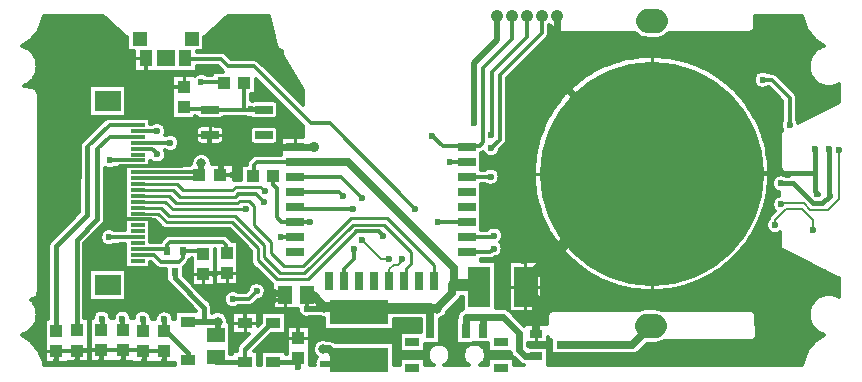
<source format=gbr>
G04 DipTrace 3.2.0.1*
G04 Top.gbr*
%MOIN*%
G04 #@! TF.FileFunction,Copper,L1,Top*
G04 #@! TF.Part,Single*
%AMOUTLINE0*
4,1,16,
-0.011741,0.041358,
-0.029685,0.037294,
-0.044088,0.025848,
-0.052097,0.009286,
-0.052129,-0.009112,
-0.044175,-0.025701,
-0.02981,-0.037196,
-0.011881,-0.041319,
0.011741,-0.041358,
0.029685,-0.037294,
0.044088,-0.025848,
0.052097,-0.009286,
0.052129,0.009112,
0.044175,0.025701,
0.02981,0.037196,
0.011881,0.041319,
-0.011741,0.041358,
0*%
%AMOUTLINE3*
4,1,4,
-0.029562,-0.013706,
0.029492,-0.013854,
0.029562,0.013706,
-0.029492,0.013854,
-0.029562,-0.013706,
0*%
G04 #@! TA.AperFunction,CopperBalancing*
%ADD10C,0.009843*%
%ADD14C,0.011811*%
G04 #@! TA.AperFunction,Conductor*
%ADD15C,0.027559*%
%ADD16C,0.015748*%
%ADD17C,0.03937*%
G04 #@! TA.AperFunction,ViaPad*
%ADD18C,0.023622*%
G04 #@! TA.AperFunction,Conductor*
%ADD20C,0.019685*%
G04 #@! TA.AperFunction,ViaPad*
%ADD21C,0.031496*%
%ADD22C,0.035433*%
G04 #@! TA.AperFunction,Conductor*
%ADD23C,0.007874*%
%ADD27R,0.03937X0.043307*%
%ADD28R,0.043307X0.03937*%
%ADD29R,0.074803X0.133858*%
%ADD30R,0.051181X0.059055*%
%ADD31R,0.059055X0.051181*%
%ADD32R,0.19685X0.07874*%
%ADD34R,0.041339X0.025591*%
%ADD35R,0.027559X0.059055*%
%ADD36R,0.059055X0.027559*%
%ADD37C,0.748031*%
G04 #@! TA.AperFunction,ComponentPad*
%ADD38C,0.041339*%
%ADD39R,0.047244X0.047244*%
%ADD40R,0.059055X0.055118*%
%ADD41R,0.043307X0.055118*%
%ADD42R,0.049213X0.011811*%
%ADD43R,0.086614X0.070866*%
%ADD44R,0.024488X0.025512*%
%ADD46R,0.048031X0.03622*%
%ADD47R,0.047244X0.031496*%
%ADD48R,0.027559X0.049213*%
G04 #@! TA.AperFunction,ComponentPad*
%ADD101OUTLINE0*%
%ADD104OUTLINE3*%
%FSLAX26Y26*%
G04*
G70*
G90*
G75*
G01*
G04 Top*
%LPD*%
X-951772Y-195276D2*
D14*
X-860314D1*
X-853236Y-202353D1*
Y-181571D1*
X-843975Y-172310D1*
X-665870D1*
X-655614Y-182566D1*
Y-209349D1*
X-654951Y-210012D1*
X-951772Y-214961D2*
X-897572D1*
X-875134Y-237399D1*
X-813886D1*
X-801740Y-225253D1*
Y-202353D1*
X-741182D1*
X-732818Y-210718D1*
Y-277647D2*
X-694618Y-276941D1*
X-654951D1*
X-694618Y-277623D2*
Y-276941D1*
X-951772Y-96850D2*
X-907396D1*
X-888059Y-116188D1*
X-951772Y80315D2*
X-1011564D1*
X-1020215Y71664D1*
Y-18051D1*
Y-56031D1*
Y-96850D1*
X-951772D1*
Y80315D2*
X-803411D1*
X-743129Y140597D1*
X-710144D1*
X-675264Y105717D1*
Y53009D1*
X-678281Y49992D1*
X-694618Y-277623D2*
Y-356911D1*
X-646038Y-405491D1*
X-593748D1*
Y-441950D1*
X-1072888Y-533421D2*
X-1111585D1*
X-1152501D1*
X-1152707Y-533627D1*
X-1072888Y-533421D2*
X-1001005D1*
X-1000828Y-533598D1*
X-933224D1*
X-932310Y-534513D1*
X-864585D1*
X-864114Y-534042D1*
X-1111585Y-533421D2*
Y-411487D1*
X-1127573Y-395499D1*
Y-186189D1*
X-1038235Y-96850D1*
X-1020215D1*
X-416146Y-490853D2*
Y-440033D1*
X-454322Y-401857D1*
X-501211D1*
X-593748D1*
Y-405491D1*
X-1152707Y-533627D2*
X-1222245D1*
X-1222837Y-534219D1*
X-888059Y-116188D2*
Y-118932D1*
X-871928Y-135063D1*
X-792087D1*
X-759052D1*
X-728220D1*
X-698491D1*
X-641682D1*
X-577063Y-199682D1*
Y-261984D1*
X-501175Y-337873D1*
X-497705D1*
X-497105Y-366333D2*
X-477735D1*
X-460022Y-348621D1*
X-497705Y-337873D2*
X-470770D1*
X-460022Y-348621D1*
X-497105Y-366333D2*
X-501211D1*
Y-401857D1*
X-497705Y-337873D2*
Y-366333D1*
X-497105D1*
X-743129Y140597D2*
X-856577Y254046D1*
X-909230D1*
X-937373Y282189D1*
Y335244D1*
X-925000Y347617D1*
Y439173D1*
X-923228Y440945D1*
X-709778Y184636D2*
X-713475Y186301D1*
Y141930D1*
X-710144Y140597D1*
X-633000Y53010D2*
X-675262D1*
X-798354Y345900D2*
X-925000D1*
Y347617D1*
X707654Y625D2*
D16*
Y58802D1*
X764283D1*
X1306854D1*
Y137470D1*
Y58802D2*
Y-3020D1*
X1316383Y-12549D1*
X1313533D1*
X-1223152Y-572412D2*
Y-534219D1*
X-1222837D1*
X-1227972Y-49479D2*
D14*
Y-12336D1*
X-1227487Y-11850D1*
Y29186D1*
X-1226021Y30652D1*
Y69491D1*
X-1011470Y-56031D2*
X-1020215D1*
X-1011470Y-16923D2*
X-1020215Y-18051D1*
X-1153524Y-572252D2*
D16*
Y-533627D1*
X-1152707D1*
X-1072298Y-571125D2*
Y-533421D1*
X-1072888D1*
X-1000098Y-572252D2*
Y-533598D1*
X-1000828D1*
X-930906Y-570748D2*
Y-535917D1*
D14*
X-932310Y-534513D1*
X-863594Y-571125D2*
D16*
Y-534042D1*
X-864114D1*
X-578992Y-247879D2*
D14*
Y-280490D1*
X-579248D1*
X-792087Y-139403D2*
Y-135063D1*
X-759052Y-139954D2*
Y-135063D1*
X-728220Y-139403D2*
Y-135063D1*
X-698491Y-139403D2*
Y-135063D1*
X-614222Y202682D2*
Y170585D1*
X-613135Y169499D1*
Y135109D1*
X-612235Y134209D1*
X-527604Y433755D2*
X-531253Y434657D1*
X-509478Y412882D1*
X707654Y625D2*
X744526Y56253D1*
X764283Y58802D2*
X761735Y56253D1*
X376420Y-477345D2*
D15*
Y-357154D1*
D14*
Y-271517D1*
D17*
X490883Y-157054D1*
X704190Y56253D1*
D14*
X761735D1*
X376420Y-357154D2*
X340734Y-321467D1*
X490883Y-157054D2*
X548428D1*
X761735Y56253D1*
X837026Y-163717D2*
X844322Y-156248D1*
X1127211Y558386D2*
X1164453D1*
X1198147D1*
X1199034Y559273D1*
X578367Y247887D2*
X558773D1*
Y216996D1*
X-633000Y53010D2*
X-634297D1*
X-565021Y122286D1*
X-503760D1*
X-480899Y145147D1*
D18*
X-425304D1*
X-363214Y145080D2*
X-425304Y145147D1*
X444860Y580945D2*
Y373129D1*
X761735Y56253D1*
X710609Y246424D2*
D14*
Y107379D1*
X761735Y56253D1*
X1104618Y137774D2*
X843256D1*
X761735Y56253D1*
X-951772Y-155906D2*
X-1046606Y-156293D1*
X-1071583Y-427772D2*
D16*
Y-465186D1*
D14*
X-1072888Y-466492D1*
X-499500Y-570563D2*
D16*
X-428927D1*
D14*
X-416146Y-557782D1*
X-951772Y198425D2*
X-887946D1*
X-886839Y197318D1*
X-417172Y-588316D2*
D16*
Y-558808D1*
D14*
X-416146Y-557782D1*
X-951772Y-77165D2*
D10*
X-884433D1*
X-854820Y-106778D1*
X-635222D1*
X-551021Y-190979D1*
Y-232138D1*
X-486388Y-296770D1*
X-383083D1*
X-223008Y-136696D1*
D14*
X-147220D1*
X-133253Y-150663D1*
X145562Y-104853D2*
X49236D1*
X48570Y-104186D1*
X-951772Y-57480D2*
D10*
X-873039D1*
X-845664Y-84856D1*
X-626949D1*
X-530430Y-181374D1*
Y-222333D1*
X-476387Y-276377D1*
X-395222D1*
X-232528Y-113682D1*
X-130129D1*
X-39336Y-204474D1*
Y-242738D1*
X-58395Y-261797D1*
Y-301703D1*
X-64675D1*
X-951772Y-37795D2*
X-859907D1*
X-834361Y-63341D1*
X-590808D1*
X89402Y95822D2*
D14*
X144887D1*
X145562Y95147D1*
X35325Y-301703D2*
D10*
Y-247038D1*
X-118622Y-93092D1*
X-240967D1*
X-401294Y-253419D1*
X-462852D1*
X-507417Y-208853D1*
Y-172535D1*
X-563860Y-116093D1*
Y-50739D1*
X-579938Y-34660D1*
X-611539D1*
X-618686Y-41807D1*
X-823076D1*
X-846773Y-18110D1*
X-951772D1*
Y1575D2*
X-833640D1*
X-811736Y-20329D1*
X-625672D1*
X-617059Y-11717D1*
D14*
X-556825D1*
X-531345Y-37197D1*
X-264675Y-301703D2*
Y-262340D1*
X-229470Y-227135D1*
Y-196522D1*
X-951772Y21260D2*
D10*
X-819824D1*
X-800797Y2232D1*
X-635209D1*
X-624556Y12885D1*
X-542441D1*
X-528257Y-1299D1*
X-473130Y-154151D2*
D14*
X-426007D1*
X-425304Y-154853D1*
X-951772Y60630D2*
X-755849D1*
X-745210Y49992D1*
X-951772Y40945D2*
X-754257D1*
X-745210Y49992D1*
X-738764Y90539D2*
D20*
Y56438D1*
D14*
X-745210Y49992D1*
X-329379Y-391136D2*
D15*
X-214062D1*
Y-406294D1*
X-385219Y-348621D2*
D20*
X-367022D1*
D21*
X-335252Y-380391D1*
D20*
X-266108D1*
D14*
X-240205Y-406294D1*
X-214062D1*
X-738643Y361262D2*
X-667073D1*
X-664227Y358416D1*
X1354018Y137751D2*
D16*
Y-15651D1*
X1355546Y-17178D1*
X-425304Y95147D2*
D15*
X-250882D1*
X102913Y-258648D1*
Y-316874D1*
X97783D1*
Y-342188D1*
X47217Y-392755D1*
X23584D1*
Y-467493D1*
X-214062Y-406294D2*
D22*
Y-392755D1*
X14295D1*
X23584D1*
X105984Y-314726D2*
D20*
Y-316874D1*
X102913D1*
X-10778Y-390570D2*
X14295Y-392755D1*
X-388440Y-393840D2*
X-267795D1*
D14*
X-255341Y-406294D1*
X-214062D1*
X1193604Y23239D2*
D16*
X1232778D1*
X1298492Y-42475D1*
X1330249D1*
X1355546Y-17178D1*
X1131930Y368993D2*
D14*
X1162247D1*
X1221696Y309545D1*
Y217245D1*
X47962Y-394030D2*
X47217D1*
X187190Y-321467D2*
D17*
Y-316874D1*
X102913D1*
X-388440Y-393840D2*
D14*
Y-351841D1*
X-385219Y-348621D1*
X245349Y580752D2*
D20*
Y500139D1*
X171314Y426104D1*
Y223164D1*
X-425304Y95147D2*
D14*
X-554424D1*
X-563786Y85785D1*
Y53014D1*
X-568344Y48458D1*
X-951772Y100000D2*
X-1042896D1*
X-1043566Y100669D1*
X-1002088Y-428513D2*
D16*
Y-465409D1*
D14*
X-1000828Y-466669D1*
X-934912Y-428430D2*
D16*
Y-464982D1*
D14*
X-932310Y-467584D1*
X-951772Y139370D2*
X-903608D1*
X-884013Y119776D1*
X-886719D1*
X-862783Y-429668D2*
D16*
Y-467113D1*
D14*
X-864114D1*
X-862783Y-429668D2*
Y-462644D1*
D16*
X-785051Y-540377D1*
D14*
Y-566319D1*
X-951772Y159055D2*
X-843559D1*
X-843021Y158517D1*
X-685087Y-437049D2*
D20*
X-785051Y-437364D1*
X-827488Y-272825D2*
D16*
Y-292429D1*
X-729509Y-390408D1*
Y-437364D1*
X-785051D1*
D20*
X-683699D1*
Y-482055D1*
D14*
X-690243D1*
X-332594Y-529862D2*
D15*
X-314178D1*
X-280266Y-563774D1*
D18*
X-214062D1*
X-332012Y-578273D2*
D20*
X-228560D1*
D14*
X-214062Y-563774D1*
X-690243Y-556858D2*
Y-570906D1*
D16*
X-593748D1*
D14*
Y-529596D1*
D16*
X-505760Y-441608D1*
D14*
X-499500D1*
X224972Y45598D2*
X146013D1*
X145562Y45147D1*
X-633870Y-362731D2*
X-581298D1*
X-554476Y-335909D1*
X-951772Y178740D2*
X-1044051D1*
X-1085505Y137286D1*
D16*
Y-94861D1*
X-1154887Y-164243D1*
Y-464518D1*
D14*
X-1152707Y-466698D1*
X-1222837Y-467290D2*
D16*
Y-186146D1*
X-1119147Y-82455D1*
Y143898D1*
D14*
X-1044934Y218110D1*
X-951772D1*
X1385004Y135004D2*
D23*
Y-30005D1*
X1349677Y-65332D1*
X1291121D1*
X1268471Y-42681D1*
X1197852D1*
X1193752Y-46781D1*
X-113837Y-228709D2*
X-139677D1*
X-202014Y-166370D1*
X-375584Y-105688D2*
D14*
X-424470D1*
X-425304Y-104853D1*
X-472295D1*
X-488016Y-89133D1*
Y7596D1*
X-498495Y18075D1*
Y45538D1*
X-501415Y48458D1*
X760885Y-451619D2*
D15*
X697757Y-514747D1*
X466971D1*
X-425304Y-4853D2*
D14*
X-280551D1*
X-266038Y-19366D1*
X394860Y580945D2*
Y523831D1*
X255663Y384634D1*
Y168781D1*
X227698Y140816D1*
X-574176Y269990D2*
X-531585D1*
X-530432Y268836D1*
X-709566Y269282D2*
X-597298D1*
Y268836D1*
X-530432D1*
X-597298Y358416D2*
Y268836D1*
X-798354Y278971D2*
Y271146D1*
X-711429D1*
X-709566Y269282D1*
X30558Y182937D2*
X66268Y147227D1*
X143482D1*
X145562Y145147D1*
X294860Y580945D2*
Y503165D1*
X200919Y409224D1*
Y159937D1*
X188520Y147538D1*
X147953D1*
X145562Y145147D1*
X-793307Y440945D2*
X-795912Y438340D1*
X-674339D1*
X-649584Y413585D1*
X-564451D1*
X-374856Y223990D1*
X-311297D1*
X-25803Y-61504D1*
X-233538Y-60631D2*
X-419526D1*
X-425304Y-54853D1*
X145562Y-204853D2*
X224024D1*
X235180Y-193696D1*
X1301035Y-132075D2*
D23*
Y-97402D1*
X1264625Y-60991D1*
X1209951D1*
X1173878Y-97064D1*
Y-115226D1*
X145562Y-154853D2*
D14*
X232857D1*
X236709Y-151003D1*
X-425304Y45147D2*
X-272990D1*
X-202597Y-25245D1*
X344860Y580945D2*
Y509950D1*
X228675Y393765D1*
Y186003D1*
X227614Y184942D1*
X376420Y-552148D2*
D18*
X339647D1*
X320105Y-532606D1*
Y-476783D1*
X266017Y-422696D1*
X200749D1*
Y-467493D1*
X267315Y-422696D2*
X144425D1*
X141694Y-425427D1*
Y-467493D1*
X-70844Y-228541D2*
D23*
Y-236207D1*
X-83882Y-249244D1*
X-97896D1*
X-111909Y-263259D1*
Y-298938D1*
X-114675Y-301703D1*
D18*
X1199034Y559273D3*
X1127211Y558386D3*
X1164453D3*
X-1212777Y543068D3*
X-1140545Y542903D3*
X-1176858Y542646D3*
X-1104837Y542298D3*
X-527604Y433755D3*
X-509478Y412882D3*
X1131930Y368993D3*
X-738643Y361262D3*
X-574176Y269990D3*
X171314Y223164D3*
X640576Y247134D3*
X710609Y246424D3*
X1221696Y217245D3*
X578367Y247887D3*
X-614222Y202682D3*
X-886839Y197318D3*
X227614Y184942D3*
X30558Y182937D3*
X-613135Y169499D3*
X-843021Y158517D3*
D22*
X-363214Y145080D3*
D18*
X227698Y140816D3*
X-612235Y134209D3*
X1306854Y137470D3*
X1354018Y137751D3*
X-886719Y119776D3*
X-1043566Y100669D3*
X89402Y95822D3*
D21*
X-738764Y90539D3*
D18*
X-1226021Y69491D3*
X-633000Y53010D3*
X224972Y45598D3*
X-1226021Y30652D3*
X1193604Y23239D3*
D21*
X707654Y625D3*
D18*
X-528257Y-1299D3*
X-1227487Y-11850D3*
X1385004Y135004D3*
X470004Y-12916D3*
X-1011470Y-16923D3*
X1313533Y-12549D3*
X1355546Y-17178D3*
X-266038Y-19366D3*
X-202597Y-25245D3*
X868140Y-47844D3*
X917493D3*
X-531345Y-37197D3*
X-1227972Y-49479D3*
X812350Y-49990D3*
X-1011470Y-56031D3*
X470004Y-60041D3*
X-233538Y-60631D3*
X-25803Y-61504D3*
X-590808Y-63341D3*
X1173878Y-115226D3*
X622155Y-83176D3*
X268062Y-99088D3*
X48570Y-104186D3*
X470004Y-110022D3*
X-888059Y-116188D3*
X574362Y-130969D3*
X1301035Y-132075D3*
X-792087Y-139403D3*
X-728220D3*
X-698491D3*
X236709Y-151003D3*
X-759052Y-139954D3*
D3*
X289728Y-151469D3*
X-1046606Y-156293D3*
X-133253Y-150663D3*
X837026Y-163717D3*
X707206Y-164790D3*
X770507D3*
X533396Y-172909D3*
X-70844Y-228541D3*
X-229470Y-196522D3*
X235180Y-193696D3*
X1193752Y-46781D3*
X-1081743Y-196942D3*
X311219Y-197761D3*
X-579236Y-216133D3*
X-1082198Y-228339D3*
X337921Y-234642D3*
X-578992Y-247879D3*
X729738Y-261350D3*
X679311Y-262424D3*
X625667Y-264570D3*
X-694618Y-277623D3*
X-579248Y-280490D3*
X-909948Y-306102D3*
X105984Y-314726D3*
X-899769Y-328501D3*
X-554476Y-335909D3*
X-497705Y-337873D3*
X-633870Y-362731D3*
X-497105Y-366333D3*
D21*
X-329379Y-391136D3*
X47962Y-394030D3*
D18*
X-10778Y-390570D3*
X-388440Y-393840D3*
X-1071583Y-427772D3*
X-1002088Y-428513D3*
X-934912Y-428430D3*
X-862783Y-429668D3*
D21*
X-685087Y-437049D3*
X-332594Y-529862D3*
D18*
X877114Y-568457D3*
X925079D3*
X-930906Y-570748D3*
X-1072298Y-571125D3*
X-863594D3*
X-1153524Y-572252D3*
X-1000098D3*
X-1223152Y-572412D3*
X-332012Y-578273D3*
X-417172Y-588316D3*
X1104618Y137774D3*
X-473130Y-154151D3*
X-202014Y-166370D3*
X-375584Y-105688D3*
X-113837Y-228709D3*
X-1264455Y570997D2*
D14*
X-1054634D1*
X-660709D2*
X-513034D1*
X1107761D2*
X1264455D1*
X-1269185Y559318D2*
X-1042016D1*
X-673328D2*
X-509966D1*
X1107554D2*
X1269185D1*
X-1273937Y547638D2*
X-1029398D1*
X-685969D2*
X-506898D1*
X1107323D2*
X1273937D1*
X-1278665Y535958D2*
X-1016756D1*
X-698588D2*
X-503831D1*
X420138D2*
X430993D1*
X1105570D2*
X1278665D1*
X-1287201Y524278D2*
X-1004138D1*
X-711228D2*
X-500762D1*
X420138D2*
X705808D1*
X819475D2*
X1287201D1*
X-1296428Y512598D2*
X-991520D1*
X-723848D2*
X-497717D1*
X417346D2*
X720387D1*
X804781D2*
X1296428D1*
X-1306186Y500919D2*
X-987874D1*
X-728669D2*
X-494648D1*
X407197D2*
X1306186D1*
X-1322657Y489239D2*
X-987874D1*
X-728669D2*
X-491581D1*
X395524D2*
X1322657D1*
X-1325310Y477559D2*
X-987874D1*
X-728669D2*
X-487290D1*
X383852D2*
X1325310D1*
X-1307039Y465879D2*
X-987874D1*
X-728669D2*
X-474672D1*
X372156D2*
X1307039D1*
X-1296589Y454199D2*
X-964252D1*
X-654942D2*
X-471626D1*
X360483D2*
X1296589D1*
X-1289923Y442520D2*
X-964252D1*
X-643269D2*
X-465467D1*
X348811D2*
X692567D1*
X830917D2*
X1289923D1*
X-1285886Y430840D2*
X-964252D1*
X-546451D2*
X-458432D1*
X337114D2*
X644331D1*
X879154D2*
X1285886D1*
X-1284063Y419160D2*
X-964252D1*
X-534778D2*
X-451419D1*
X325442D2*
X611804D1*
X911656D2*
X1284063D1*
X-1284224Y407480D2*
X-964252D1*
X-752291D2*
X-678735D1*
X-523083D2*
X-444383D1*
X313769D2*
X586013D1*
X937448D2*
X1284224D1*
X-1286416Y395801D2*
X-964252D1*
X-752291D2*
X-705240D1*
X-511411D2*
X-437346D1*
X302097D2*
X564260D1*
X959223D2*
X1117280D1*
X1146585D2*
X1286416D1*
X-1290823Y384121D2*
X-837399D1*
X-499738D2*
X-430335D1*
X290402D2*
X545322D1*
X978163D2*
X1104845D1*
X1182365D2*
X1290823D1*
X-1298020Y372441D2*
X-837399D1*
X-488042D2*
X-423298D1*
X280944D2*
X528504D1*
X994979D2*
X1100946D1*
X1194060D2*
X1298020D1*
X-1309323Y360761D2*
X-837399D1*
X-556278D2*
X-546875D1*
X-476370D2*
X-416286D1*
X280944D2*
X513371D1*
X1010089D2*
X1101892D1*
X1205732D2*
X1309323D1*
X-1328655Y349081D2*
X-1113850D1*
X-988512D2*
X-837399D1*
X-556278D2*
X-535203D1*
X-464697D2*
X-409249D1*
X280944D2*
X499646D1*
X1023839D2*
X1108306D1*
X1217406D2*
X1330269D1*
X1377915D2*
X1386626D1*
X-1290199Y337402D2*
X-1113850D1*
X-988512D2*
X-837399D1*
X-556278D2*
X-523530D1*
X-453001D2*
X-402236D1*
X280944D2*
X487096D1*
X1036365D2*
X1158571D1*
X1229101D2*
X1386626D1*
X-1281411Y325722D2*
X-1113850D1*
X-988512D2*
X-837399D1*
X-556278D2*
X-511835D1*
X-441328D2*
X-401268D1*
X280944D2*
X475585D1*
X1047899D2*
X1170268D1*
X1240727D2*
X1386626D1*
X-1279335Y314042D2*
X-1113850D1*
X-988512D2*
X-837399D1*
X-572010D2*
X-500163D1*
X-429656D2*
X-401245D1*
X280944D2*
X464974D1*
X1058510D2*
X1181940D1*
X1246541D2*
X1386626D1*
X-1279335Y302362D2*
X-1113850D1*
X-988512D2*
X-837399D1*
X-572010D2*
X-488490D1*
X-417983D2*
X-401222D1*
X280944D2*
X455169D1*
X1068291D2*
X1193613D1*
X1246979D2*
X1386626D1*
X-1279335Y290682D2*
X-1113850D1*
X-988512D2*
X-837399D1*
X-483428D2*
X-476794D1*
X280944D2*
X446127D1*
X1077357D2*
X1196427D1*
X1246979D2*
X1380304D1*
X-1279335Y279003D2*
X-1113850D1*
X-988512D2*
X-837399D1*
X-481513D2*
X-465121D1*
X280944D2*
X437753D1*
X1085731D2*
X1196427D1*
X1246979D2*
X1356937D1*
X-1279335Y267323D2*
X-1113850D1*
X-988512D2*
X-837399D1*
X-481537D2*
X-453449D1*
X280944D2*
X429979D1*
X1093482D2*
X1196427D1*
X1246979D2*
X1333568D1*
X-1279335Y255643D2*
X-1113850D1*
X-988512D2*
X-837399D1*
X-481560D2*
X-441776D1*
X280944D2*
X422804D1*
X1100656D2*
X1196427D1*
X1246979D2*
X1310223D1*
X-1279335Y243963D2*
X-837399D1*
X-664769D2*
X-590268D1*
X-485297D2*
X-430080D1*
X280944D2*
X416184D1*
X1107277D2*
X1196427D1*
X1246979D2*
X1286854D1*
X-1279335Y232283D2*
X-1066007D1*
X-907795D2*
X-418408D1*
X280944D2*
X410071D1*
X1113390D2*
X1194558D1*
X1248824D2*
X1263509D1*
X-1279335Y220604D2*
X-1077703D1*
X-866734D2*
X-406735D1*
X280944D2*
X404442D1*
X1119018D2*
X1190706D1*
X-1279335Y208924D2*
X-1089375D1*
X-857990D2*
X-755345D1*
X-664239D2*
X-575896D1*
X-485436D2*
X-401084D1*
X280944D2*
X399274D1*
X1124185D2*
X1191698D1*
X-1279335Y197244D2*
X-1101049D1*
X-855660D2*
X-758644D1*
X-660848D2*
X-579517D1*
X-481722D2*
X-401060D1*
X280944D2*
X394570D1*
X1128891D2*
X1193428D1*
X-1279335Y185564D2*
X-1112744D1*
X-828854D2*
X-758667D1*
X-660870D2*
X-579541D1*
X-481744D2*
X-401060D1*
X280944D2*
X390278D1*
X1133182D2*
X1189760D1*
X-1279335Y173885D2*
X-1124416D1*
X-816075D2*
X-758713D1*
X-660917D2*
X-579564D1*
X-481768D2*
X-474218D1*
X280944D2*
X386403D1*
X1137058D2*
X1189760D1*
X-1279335Y162205D2*
X-1138881D1*
X-812060D2*
X-756475D1*
X-663062D2*
X-577580D1*
X-483705D2*
X-474210D1*
X280021D2*
X382942D1*
X1140541D2*
X1189760D1*
X-1279335Y150525D2*
X-1145524D1*
X-812915D2*
X-474210D1*
X272661D2*
X379852D1*
X1143633D2*
X1189760D1*
X-1279335Y138845D2*
X-1146400D1*
X-819189D2*
X-474210D1*
X260990D2*
X377152D1*
X1146331D2*
X1189760D1*
X-1279335Y127165D2*
X-1146400D1*
X-856467D2*
X-474210D1*
X255591D2*
X374823D1*
X1148661D2*
X1189760D1*
X-1279335Y115486D2*
X-1146400D1*
X-855845D2*
X-762958D1*
X-714573D2*
X-568514D1*
X194459D2*
X210437D1*
X244957D2*
X372839D1*
X1150622D2*
X1189760D1*
X-1279335Y103806D2*
X-1146400D1*
X-860135D2*
X-771193D1*
X-706339D2*
X-581017D1*
X194459D2*
X371247D1*
X1152236D2*
X1189760D1*
X-1279335Y92126D2*
X-1146400D1*
X-907795D2*
X-899550D1*
X-873907D2*
X-773846D1*
X-703685D2*
X-588214D1*
X194459D2*
X370001D1*
X1153483D2*
X1189760D1*
X-1279335Y80446D2*
X-1146400D1*
X-629382D2*
X-609367D1*
X194459D2*
X369101D1*
X1154382D2*
X1189760D1*
X-1279335Y68766D2*
X-1146400D1*
X-1058270D2*
X-995740D1*
X-629382D2*
X-609367D1*
X245210D2*
X368547D1*
X1154913D2*
X1191629D1*
X-1279335Y57087D2*
X-1146400D1*
X-1058270D2*
X-995740D1*
X-629382D2*
X-609367D1*
X253861D2*
X368340D1*
X1155121D2*
X1199357D1*
X-1279335Y45407D2*
X-1146400D1*
X-1058270D2*
X-995740D1*
X-629382D2*
X-609367D1*
X256144D2*
X368501D1*
X1154982D2*
X1172205D1*
X-1279335Y33727D2*
X-1146400D1*
X-1058270D2*
X-995740D1*
X253699D2*
X368986D1*
X1154475D2*
X1164315D1*
X-1279335Y22047D2*
X-1146400D1*
X-1058270D2*
X-995740D1*
X244726D2*
X369840D1*
X1153621D2*
X1162448D1*
X-1279335Y10367D2*
X-1146400D1*
X-1058270D2*
X-995740D1*
X194459D2*
X371039D1*
X1152421D2*
X1165331D1*
X-1279335Y-1312D2*
X-1146400D1*
X-1058270D2*
X-995740D1*
X194459D2*
X372608D1*
X1150875D2*
X1175181D1*
X-1279335Y-12992D2*
X-1146400D1*
X-1058270D2*
X-995740D1*
X194459D2*
X374500D1*
X1148961D2*
X1185354D1*
X-1279335Y-24672D2*
X-1146400D1*
X-1058270D2*
X-995740D1*
X194459D2*
X376783D1*
X1146677D2*
X1172297D1*
X-1279335Y-36352D2*
X-1146400D1*
X-1058270D2*
X-995740D1*
X194459D2*
X379436D1*
X1144025D2*
X1164454D1*
X-1279335Y-48031D2*
X-1146400D1*
X-1058270D2*
X-995740D1*
X194459D2*
X382458D1*
X1141003D2*
X1162609D1*
X-1279335Y-59711D2*
X-1146400D1*
X-1058270D2*
X-995740D1*
X194459D2*
X385895D1*
X1137588D2*
X1165492D1*
X-1279335Y-71391D2*
X-1146400D1*
X-1058270D2*
X-995740D1*
X194459D2*
X389702D1*
X1133759D2*
X1167084D1*
X-1279335Y-83071D2*
X-1157797D1*
X-1058270D2*
X-995740D1*
X194459D2*
X393923D1*
X1129538D2*
X1155550D1*
X-1279335Y-94751D2*
X-1169492D1*
X-1058270D2*
X-995740D1*
X194459D2*
X398583D1*
X1124878D2*
X1150682D1*
X-1279335Y-106430D2*
X-1181164D1*
X-1060969D2*
X-995740D1*
X-907795D2*
X-889026D1*
X194459D2*
X403681D1*
X1119780D2*
X1144016D1*
X-1279335Y-118110D2*
X-1192837D1*
X-1070703D2*
X-995740D1*
X-907795D2*
X-877354D1*
X194459D2*
X409240D1*
X1114220D2*
X1142839D1*
X-1279335Y-129790D2*
X-1204533D1*
X-1082399D2*
X-1061854D1*
X-1031373D2*
X-995740D1*
X-907795D2*
X-858138D1*
X194459D2*
X214312D1*
X259097D2*
X415285D1*
X1108176D2*
X1146461D1*
X-1279335Y-141470D2*
X-1216206D1*
X-1094072D2*
X-1073874D1*
X-907795D2*
X-634398D1*
X266341D2*
X421836D1*
X1101625D2*
X1158156D1*
X-1279335Y-153150D2*
X-1227878D1*
X-1105745D2*
X-1077634D1*
X-907795D2*
X-859776D1*
X-650075D2*
X-622724D1*
X267818D2*
X428917D1*
X1094543D2*
X1189760D1*
X-1279335Y-164829D2*
X-1239551D1*
X-1117441D2*
X-1076550D1*
X-907795D2*
X-871748D1*
X-638102D2*
X-611029D1*
X264518D2*
X436600D1*
X1086861D2*
X1189760D1*
X-1279335Y-176509D2*
X-1248224D1*
X-1127636D2*
X-1069951D1*
X-615887D2*
X-599357D1*
X260942D2*
X444881D1*
X1078580D2*
X1189760D1*
X-1279335Y-188189D2*
X-1250070D1*
X-1127636D2*
X-995740D1*
X-615887D2*
X-587684D1*
X265857D2*
X453832D1*
X1069629D2*
X1189760D1*
X-1279335Y-199869D2*
X-1250070D1*
X-1127636D2*
X-995740D1*
X-615887D2*
X-575988D1*
X265718D2*
X463521D1*
X1059940D2*
X1198664D1*
X-1279335Y-211549D2*
X-1250070D1*
X-1127636D2*
X-995740D1*
X-615887D2*
X-575319D1*
X260482D2*
X474017D1*
X1049467D2*
X1222033D1*
X-1279335Y-223228D2*
X-1250070D1*
X-1127636D2*
X-995740D1*
X-615887D2*
X-575319D1*
X241635D2*
X485390D1*
X1038071D2*
X1245402D1*
X-1279335Y-234908D2*
X-1250070D1*
X-1127636D2*
X-995740D1*
X-778474D2*
X-771862D1*
X-615887D2*
X-575135D1*
X194459D2*
X497777D1*
X1025684D2*
X1268747D1*
X-1279335Y-246588D2*
X-1250070D1*
X-1127636D2*
X-995740D1*
X-907795D2*
X-901189D1*
X-787816D2*
X-771862D1*
X-615887D2*
X-570244D1*
X243965D2*
X283955D1*
X397508D2*
X511341D1*
X1012143D2*
X1292114D1*
X-1279335Y-258268D2*
X-1250070D1*
X-1127636D2*
X-995740D1*
X-907795D2*
X-888357D1*
X-795867D2*
X-771862D1*
X-615887D2*
X-558756D1*
X243965D2*
X283955D1*
X397508D2*
X526243D1*
X997217D2*
X1315459D1*
X-1279335Y-269948D2*
X-1250070D1*
X-1127636D2*
X-1113850D1*
X-988512D2*
X-859106D1*
X-795867D2*
X-771862D1*
X-615887D2*
X-547084D1*
X243965D2*
X283955D1*
X397508D2*
X542807D1*
X980677D2*
X1338828D1*
X-1279335Y-281627D2*
X-1250070D1*
X-1127636D2*
X-1113850D1*
X-988512D2*
X-859106D1*
X-795867D2*
X-771862D1*
X-615887D2*
X-535387D1*
X243965D2*
X283955D1*
X397508D2*
X561400D1*
X962060D2*
X1362197D1*
X-1279335Y-293307D2*
X-1250070D1*
X-1127636D2*
X-1113850D1*
X-988512D2*
X-859106D1*
X-788577D2*
X-771862D1*
X-615887D2*
X-523715D1*
X243965D2*
X283955D1*
X397508D2*
X582692D1*
X940769D2*
X1385542D1*
X-1279335Y-304987D2*
X-1250070D1*
X-1127636D2*
X-1113850D1*
X-988512D2*
X-851517D1*
X-615887D2*
X-512042D1*
X243965D2*
X283955D1*
X397508D2*
X607814D1*
X915647D2*
X1386602D1*
X-1279335Y-316667D2*
X-1250070D1*
X-1127636D2*
X-1113850D1*
X-988512D2*
X-841298D1*
X-615887D2*
X-578664D1*
X-530281D2*
X-504983D1*
X243965D2*
X283955D1*
X397508D2*
X639094D1*
X884390D2*
X1386602D1*
X-1279335Y-328346D2*
X-1250070D1*
X-1127636D2*
X-1113850D1*
X-988512D2*
X-829602D1*
X-753537D2*
X-584685D1*
X-524260D2*
X-504983D1*
X243965D2*
X283955D1*
X397508D2*
X683685D1*
X839776D2*
X1386602D1*
X-1280165Y-340026D2*
X-1250070D1*
X-1127636D2*
X-1113850D1*
X-988512D2*
X-817929D1*
X-741841D2*
X-654651D1*
X-523591D2*
X-504983D1*
X243965D2*
X283955D1*
X397508D2*
X1386602D1*
X-1284987Y-351706D2*
X-1250070D1*
X-1127636D2*
X-1113850D1*
X-988512D2*
X-806257D1*
X-730168D2*
X-662955D1*
X-527789D2*
X-504983D1*
X243965D2*
X283955D1*
X397508D2*
X1323787D1*
X-1302265Y-363386D2*
X-1250070D1*
X-1127636D2*
X-1113850D1*
X-988512D2*
X-794562D1*
X-718496D2*
X-665055D1*
X-541261D2*
X-504983D1*
X122902D2*
X130412D1*
X243965D2*
X283955D1*
X397508D2*
X1306302D1*
X-1296105Y-375066D2*
X-1250070D1*
X-1127636D2*
X-782888D1*
X-707261D2*
X-662403D1*
X-558378D2*
X-504983D1*
X111298D2*
X130412D1*
X243965D2*
X283955D1*
X397508D2*
X1296105D1*
X-1289623Y-386745D2*
X-1250070D1*
X-1127636D2*
X-771217D1*
X-702531D2*
X-653037D1*
X-578147D2*
X-504983D1*
X99626D2*
X130412D1*
X243965D2*
X283955D1*
X397508D2*
X1289623D1*
X-1285724Y-398425D2*
X-1250070D1*
X-1127636D2*
X-1078995D1*
X-1064176D2*
X-759543D1*
X-702256D2*
X-419261D1*
X87930D2*
X125614D1*
X397508D2*
X721194D1*
X800535D2*
X1285724D1*
X-1284017Y-410105D2*
X-1250070D1*
X-1127636D2*
X-1097010D1*
X-1046159D2*
X-1026953D1*
X-977207D2*
X-959846D1*
X-909987D2*
X-886719D1*
X-838866D2*
X-828425D1*
X-663270D2*
X-637143D1*
X-550373D2*
X-542885D1*
X-456115D2*
X-414832D1*
X79025D2*
X114726D1*
X298337D2*
X414731D1*
X1110714D2*
X1284017D1*
X-1284294Y-421785D2*
X-1250070D1*
X-1127636D2*
X-1102155D1*
X-1041014D2*
X-1032512D1*
X-971671D2*
X-965362D1*
X-904472D2*
X-892902D1*
X-653604D2*
X-637143D1*
X-550373D2*
X-542885D1*
X-456115D2*
X-400530D1*
X68668D2*
X110735D1*
X310009D2*
X413231D1*
X1112374D2*
X1284294D1*
X-1286601Y-433465D2*
X-1261881D1*
X-650167D2*
X-637143D1*
X-550373D2*
X-542885D1*
X-456115D2*
X-331856D1*
X-96272D2*
X-9567D1*
X56741D2*
X108543D1*
X321682D2*
X413115D1*
X1112698D2*
X1286601D1*
X-1291169Y-445144D2*
X-1261881D1*
X-456115D2*
X-331856D1*
X-96272D2*
X-9567D1*
X56741D2*
X108543D1*
X333378D2*
X413000D1*
X1112997D2*
X1291169D1*
X-1298551Y-456824D2*
X-1261881D1*
X-377083D2*
X-331856D1*
X-96272D2*
X-9567D1*
X56741D2*
X108543D1*
X1113298D2*
X1298551D1*
X-1310177Y-468504D2*
X-1261881D1*
X-377083D2*
X-9567D1*
X56741D2*
X108543D1*
X1113621D2*
X1310177D1*
X-1332345Y-480184D2*
X-1261881D1*
X-641354D2*
X-582378D1*
X-506289D2*
X-455202D1*
X-377083D2*
X-78472D1*
X56741D2*
X108543D1*
X1113920D2*
X1332345D1*
X-1318966Y-491864D2*
X-1261881D1*
X-641354D2*
X-594051D1*
X-517984D2*
X-455202D1*
X-377083D2*
X-78472D1*
X56741D2*
X108543D1*
X1111728D2*
X1318966D1*
X-1303602Y-503543D2*
X-1261881D1*
X-641354D2*
X-605747D1*
X-529657D2*
X-455202D1*
X-377083D2*
X-355201D1*
X-294844D2*
X-78472D1*
X56741D2*
X108543D1*
X416470D2*
X426934D1*
X802566D2*
X1303602D1*
X-1294352Y-515223D2*
X-1261881D1*
X-641354D2*
X-616681D1*
X-541331D2*
X-455202D1*
X-377083D2*
X-364382D1*
X-96272D2*
X-78472D1*
X7513D2*
X35163D1*
X71043D2*
X153273D1*
X189154D2*
X216803D1*
X351278D2*
X426934D1*
X743672D2*
X1294352D1*
X-1285101Y-526903D2*
X-1261881D1*
X-641354D2*
X-620856D1*
X-553026D2*
X-455202D1*
X-377083D2*
X-367588D1*
X-96272D2*
X-78472D1*
X7513D2*
X21299D1*
X84908D2*
X139409D1*
X203018D2*
X216803D1*
X416470D2*
X426934D1*
X732000D2*
X1285101D1*
X-1277605Y-538583D2*
X-1261881D1*
X-550373D2*
X-542885D1*
X-377083D2*
X-366573D1*
X-96272D2*
X-78472D1*
X7513D2*
X15579D1*
X90652D2*
X133689D1*
X208762D2*
X216832D1*
X416470D2*
X426934D1*
X720235D2*
X1277605D1*
X-1272852Y-550262D2*
X-1261881D1*
X-550373D2*
X-542885D1*
X-377083D2*
X-360898D1*
X-96272D2*
X14079D1*
X92151D2*
X132189D1*
X210261D2*
X294660D1*
X416470D2*
X1272852D1*
X-1268123Y-561942D2*
X-1261890D1*
X-550373D2*
X-542885D1*
X-377083D2*
X-358361D1*
X-96272D2*
X-78472D1*
X7513D2*
X16291D1*
X89959D2*
X134381D1*
X208070D2*
X216801D1*
X416470D2*
X1268123D1*
X-1183785Y-573622D2*
X-971357D1*
X-550373D2*
X-542885D1*
X-377083D2*
X-362836D1*
X-96272D2*
X-78472D1*
X7513D2*
X22983D1*
X83224D2*
X141093D1*
X201335D2*
X216803D1*
X302789D2*
X317521D1*
X416470D2*
X1263786D1*
X-760480Y247047D2*
Y239129D1*
X-836228D1*
Y385743D1*
X-760480D1*
Y381835D1*
X-758126Y384075D1*
X-754318Y386841D1*
X-750123Y388979D1*
X-745647Y390433D1*
X-740997Y391171D1*
X-736289D1*
X-731639Y390433D1*
X-727163Y388979D1*
X-722969Y386841D1*
X-720786Y385357D1*
X-704070Y385503D1*
Y396290D1*
X-666353D1*
X-684320Y414247D1*
X-753487Y414245D1*
X-753465Y395197D1*
X-963071D1*
Y464093D1*
X-986693Y464094D1*
Y510070D1*
X-988508Y510970D1*
X-1066081Y582671D1*
X-1264034Y582676D1*
X-1265163Y572307D1*
X-1280459Y534478D1*
X-1284776Y528823D1*
X-1306310Y501730D1*
X-1335703Y480827D1*
X-1327678Y478066D1*
X-1322756Y475797D1*
X-1318028Y473148D1*
X-1313520Y470136D1*
X-1309264Y466781D1*
X-1305283Y463102D1*
X-1301605Y459122D1*
X-1298249Y454866D1*
X-1295238Y450358D1*
X-1292589Y445630D1*
X-1290320Y440707D1*
X-1288444Y435622D1*
X-1286972Y430406D1*
X-1285916Y425089D1*
X-1285278Y419707D1*
X-1285066Y414291D1*
X-1285278Y408875D1*
X-1285916Y403493D1*
X-1286972Y398177D1*
X-1288444Y392961D1*
X-1290320Y387875D1*
X-1292589Y382953D1*
X-1295238Y378224D1*
X-1298249Y373717D1*
X-1301605Y369461D1*
X-1305283Y365480D1*
X-1309264Y361802D1*
X-1313520Y358446D1*
X-1318028Y355434D1*
X-1322756Y352786D1*
X-1327678Y350517D1*
X-1330955Y349308D1*
X-1303304Y343650D1*
X-1294879Y340299D1*
X-1291550Y337551D1*
X-1286958Y333361D1*
X-1282260Y324969D1*
X-1281424Y320734D1*
X-1280512Y315043D1*
X-1280585Y-335571D1*
X-1282203Y-344493D1*
X-1284238Y-348301D1*
X-1287437Y-353631D1*
X-1294734Y-359896D1*
X-1298720Y-361554D1*
X-1304117Y-363572D1*
X-1305283Y-365480D1*
X-1301605Y-369461D1*
X-1298249Y-373717D1*
X-1295238Y-378224D1*
X-1292589Y-382953D1*
X-1290320Y-387875D1*
X-1288444Y-392961D1*
X-1286972Y-398177D1*
X-1285916Y-403493D1*
X-1285278Y-408875D1*
X-1285066Y-414291D1*
X-1285278Y-419707D1*
X-1285916Y-425089D1*
X-1286972Y-430406D1*
X-1288444Y-435622D1*
X-1290320Y-440707D1*
X-1292589Y-445630D1*
X-1295238Y-450358D1*
X-1298249Y-454866D1*
X-1301605Y-459122D1*
X-1305283Y-463102D1*
X-1309264Y-466781D1*
X-1313520Y-470136D1*
X-1318028Y-473148D1*
X-1322756Y-475797D1*
X-1327678Y-478066D1*
X-1332764Y-479942D1*
X-1335759Y-480786D1*
X-1306181Y-501852D1*
X-1280836Y-533829D1*
X-1278049Y-540375D1*
X-1265121Y-572478D1*
X-1264043Y-582699D1*
X-827234Y-582677D1*
X-827256Y-573898D1*
X-894434Y-573885D1*
X-894436Y-574356D1*
X-970184D1*
Y-573438D1*
X-1038702Y-573441D1*
Y-573261D1*
X-1110762Y-573264D1*
Y-426650D1*
X-1101558D1*
X-1101214Y-423079D1*
X-1100114Y-418501D1*
X-1098312Y-414152D1*
X-1095853Y-410138D1*
X-1092795Y-406559D1*
X-1089217Y-403501D1*
X-1085202Y-401042D1*
X-1080853Y-399240D1*
X-1076276Y-398140D1*
X-1071583Y-397772D1*
X-1066890Y-398140D1*
X-1062312Y-399240D1*
X-1057963Y-401042D1*
X-1053949Y-403501D1*
X-1050370Y-406559D1*
X-1047312Y-410138D1*
X-1044853Y-414152D1*
X-1043051Y-418501D1*
X-1041951Y-423079D1*
X-1041627Y-426640D1*
X-1035014Y-426650D1*
Y-426811D1*
X-1032035Y-426827D1*
X-1031719Y-423820D1*
X-1030619Y-419243D1*
X-1028818Y-414894D1*
X-1026358Y-410879D1*
X-1023301Y-407301D1*
X-1019722Y-404243D1*
X-1015707Y-401783D1*
X-1011358Y-399982D1*
X-1006781Y-398882D1*
X-1002088Y-398513D1*
X-997395Y-398882D1*
X-992818Y-399982D1*
X-988469Y-401783D1*
X-984454Y-404243D1*
X-980875Y-407301D1*
X-977818Y-410879D1*
X-975358Y-414894D1*
X-973556Y-419243D1*
X-972457Y-423820D1*
X-972154Y-426831D1*
X-964879Y-426827D1*
X-964083Y-421427D1*
X-962629Y-416950D1*
X-960491Y-412756D1*
X-957724Y-408948D1*
X-954395Y-405618D1*
X-950587Y-402852D1*
X-946392Y-400714D1*
X-941916Y-399260D1*
X-937266Y-398522D1*
X-932558D1*
X-927908Y-399260D1*
X-923432Y-400714D1*
X-919238Y-402852D1*
X-915429Y-405618D1*
X-912100Y-408948D1*
X-909333Y-412756D1*
X-907196Y-416950D1*
X-905741Y-421427D1*
X-905004Y-426076D1*
X-904940Y-427741D1*
X-901988Y-427270D1*
X-892692D1*
X-891954Y-422664D1*
X-890500Y-418188D1*
X-888362Y-413993D1*
X-885596Y-410185D1*
X-882266Y-406856D1*
X-878458Y-404089D1*
X-874264Y-401951D1*
X-869787Y-400497D1*
X-865138Y-399760D1*
X-860429D1*
X-855780Y-400497D1*
X-851303Y-401951D1*
X-847109Y-404089D1*
X-843301Y-406856D1*
X-839971Y-410185D1*
X-837205Y-413993D1*
X-835067Y-418188D1*
X-833613Y-422664D1*
X-832882Y-427269D1*
X-827251Y-427270D1*
X-827256Y-401064D1*
X-755720D1*
X-847307Y-309356D1*
X-849710Y-306047D1*
X-850714Y-304255D1*
X-857921Y-303770D1*
Y-261487D1*
X-877025Y-261419D1*
X-880759Y-260828D1*
X-884354Y-259659D1*
X-887723Y-257944D1*
X-890782Y-255720D1*
X-907554Y-239054D1*
X-908976Y-240079D1*
Y-258740D1*
X-994567D1*
Y-180177D1*
X-1028652Y-180314D1*
X-1032987Y-183022D1*
X-1037336Y-184824D1*
X-1041913Y-185924D1*
X-1046606Y-186293D1*
X-1051299Y-185924D1*
X-1055877Y-184824D1*
X-1060226Y-183022D1*
X-1064240Y-180563D1*
X-1067819Y-177505D1*
X-1070877Y-173927D1*
X-1073336Y-169912D1*
X-1075138Y-165563D1*
X-1076238Y-160986D1*
X-1076606Y-156293D1*
X-1076238Y-151600D1*
X-1075138Y-147022D1*
X-1073336Y-142673D1*
X-1070877Y-138659D1*
X-1067819Y-135080D1*
X-1064240Y-132022D1*
X-1060226Y-129563D1*
X-1055877Y-127761D1*
X-1051299Y-126661D1*
X-1046606Y-126293D1*
X-1041913Y-126661D1*
X-1037336Y-127761D1*
X-1032987Y-129563D1*
X-1028836Y-132130D1*
X-994547Y-131986D1*
X-994567Y75913D1*
X-1026629Y75906D1*
X-1029946Y73940D1*
X-1034295Y72138D1*
X-1038873Y71038D1*
X-1043566Y70669D1*
X-1048259Y71038D1*
X-1052836Y72138D1*
X-1057185Y73940D1*
X-1059448Y75228D1*
X-1059522Y-96906D1*
X-1060163Y-100945D1*
X-1061427Y-104835D1*
X-1063283Y-108479D1*
X-1065686Y-111787D1*
X-1083780Y-129993D1*
X-1128816Y-175030D1*
X-1128824Y-426877D1*
X-1114833Y-426856D1*
Y-573470D1*
X-1184963Y-573510D1*
Y-574062D1*
X-1260711D1*
Y-427448D1*
X-1248923D1*
X-1248900Y-186146D1*
X-1248580Y-182068D1*
X-1247625Y-178092D1*
X-1246059Y-174314D1*
X-1243923Y-170827D1*
X-1241266Y-167717D1*
X-1145206Y-71656D1*
X-1145130Y145942D1*
X-1144490Y149982D1*
X-1143226Y153871D1*
X-1141370Y157516D1*
X-1138966Y160824D1*
X-1136073Y163717D1*
X-1132765Y166121D1*
X-1129157Y167961D1*
X-1060583Y236432D1*
X-1057524Y238655D1*
X-1054155Y240371D1*
X-1050559Y241539D1*
X-1046825Y242131D1*
X-1015407Y242205D1*
X-908976D1*
Y222528D1*
X-903121Y222520D1*
X-898319Y225034D1*
X-893843Y226488D1*
X-889193Y227226D1*
X-884484D1*
X-879835Y226488D1*
X-875358Y225034D1*
X-871164Y222896D1*
X-867356Y220130D1*
X-864026Y216801D1*
X-861260Y212992D1*
X-859122Y208798D1*
X-857668Y204322D1*
X-856930Y199672D1*
Y194963D1*
X-857668Y190314D1*
X-859122Y185837D1*
X-860419Y183144D1*
X-854501Y186234D1*
X-850025Y187688D1*
X-845375Y188425D1*
X-840667D1*
X-836017Y187688D1*
X-831541Y186234D1*
X-827346Y184096D1*
X-823538Y181329D1*
X-820209Y178000D1*
X-817442Y174192D1*
X-815304Y169997D1*
X-813850Y165521D1*
X-813113Y160871D1*
Y156163D1*
X-813850Y151513D1*
X-815304Y147037D1*
X-817442Y142843D1*
X-820209Y139034D1*
X-823538Y135705D1*
X-827346Y132938D1*
X-831541Y130801D1*
X-836017Y129346D1*
X-840667Y128609D1*
X-845375D1*
X-850025Y129346D1*
X-854501Y130801D1*
X-858696Y132938D1*
X-860310Y134017D1*
X-858188Y129046D1*
X-857088Y124469D1*
X-856719Y119776D1*
X-857088Y115083D1*
X-858188Y110505D1*
X-859990Y106156D1*
X-862449Y102142D1*
X-865507Y98563D1*
X-869085Y95505D1*
X-873100Y93046D1*
X-877449Y91244D1*
X-882026Y90144D1*
X-886719Y89776D1*
X-891412Y90144D1*
X-895990Y91244D1*
X-900339Y93046D1*
X-904353Y95505D1*
X-907932Y98563D1*
X-908975Y99690D1*
X-908976Y84717D1*
X-777167Y84724D1*
X-777180Y88471D1*
X-772635D1*
X-772596Y93202D1*
X-771762Y98462D1*
X-770118Y103526D1*
X-767699Y108272D1*
X-764570Y112580D1*
X-760804Y116345D1*
X-756496Y119475D1*
X-751751Y121894D1*
X-746686Y123538D1*
X-741427Y124371D1*
X-736101D1*
X-730841Y123538D1*
X-725777Y121894D1*
X-721031Y119475D1*
X-716723Y116345D1*
X-712958Y112580D1*
X-709828Y108272D1*
X-707409Y103526D1*
X-705765Y98462D1*
X-704932Y93202D1*
X-704908Y88470D1*
X-630566Y88471D1*
Y35197D1*
X-626370Y35924D1*
X-608201Y35995D1*
X-608185Y86331D1*
X-587862D1*
X-587584Y89554D1*
X-586702Y93230D1*
X-585255Y96723D1*
X-583280Y99946D1*
X-580818Y102827D1*
X-570072Y113469D1*
X-567013Y115692D1*
X-563644Y117407D1*
X-560049Y118576D1*
X-556314Y119167D1*
X-524896Y119241D1*
X-473014D1*
X-473021Y177115D1*
X-399862D1*
X-399915Y214984D1*
X-557442Y372501D1*
X-557455Y320542D1*
X-573211D1*
X-573203Y299984D1*
X-569483Y299621D1*
X-567507Y299227D1*
X-564126Y300387D1*
X-561306Y300827D1*
X-500824Y300731D1*
X-497979Y300500D1*
X-495206Y299827D1*
X-492572Y298728D1*
X-490142Y297231D1*
X-487976Y295371D1*
X-486129Y293197D1*
X-484643Y290759D1*
X-483558Y288119D1*
X-482898Y285343D1*
X-482681Y282491D1*
X-482810Y253509D1*
X-483264Y250690D1*
X-484152Y247979D1*
X-485455Y245438D1*
X-487138Y243134D1*
X-489161Y241121D1*
X-491475Y239449D1*
X-494021Y238160D1*
X-496738Y237285D1*
X-499558Y236845D1*
X-560039Y236941D1*
X-562885Y237172D1*
X-565657Y237845D1*
X-568291Y238945D1*
X-569541Y239648D1*
X-571822Y240081D1*
X-576530D1*
X-581180Y240819D1*
X-585656Y242273D1*
X-589850Y244411D1*
X-590348Y244743D1*
X-599189Y244816D1*
X-603203Y245188D1*
X-665050D1*
X-667244Y242534D1*
X-669420Y240685D1*
X-671857Y239201D1*
X-674496Y238114D1*
X-677273Y237455D1*
X-680125Y237239D1*
X-740600Y237446D1*
X-743419Y237900D1*
X-746130Y238789D1*
X-748671Y240092D1*
X-750975Y241774D1*
X-752988Y243798D1*
X-754663Y246117D1*
X-758673Y247051D1*
X-760496D1*
X193261Y-236349D2*
X242781D1*
Y-392684D1*
X269669Y-392787D1*
X274319Y-393525D1*
X278795Y-394979D1*
X282990Y-397117D1*
X284955Y-398430D1*
X285143Y-398318D1*
Y-236349D1*
X396324D1*
Y-406585D1*
X293629D1*
X337562Y-450455D1*
Y-446361D1*
X414161Y-446245D1*
X414518Y-415812D1*
X414966Y-412993D1*
X415849Y-410280D1*
X417144Y-407738D1*
X418823Y-405428D1*
X420843Y-403411D1*
X423152Y-401734D1*
X425696Y-400438D1*
X428409Y-399558D1*
X431230Y-399112D1*
X491711Y-399073D1*
X721173Y-399142D1*
X723520Y-397837D1*
X726199Y-396837D1*
X746529Y-392261D1*
X755079Y-392081D1*
X774222Y-392169D1*
X782597Y-393898D1*
X796150Y-397072D1*
X798797Y-398139D1*
X800054Y-398828D1*
X804703Y-399167D1*
X1094324Y-399308D1*
X1097143Y-399756D1*
X1099857Y-400639D1*
X1102399Y-401934D1*
X1104709Y-403613D1*
X1106726Y-405633D1*
X1108403Y-407942D1*
X1109698Y-410486D1*
X1110579Y-413199D1*
X1111025Y-416025D1*
X1112782Y-484052D1*
X1112411Y-486882D1*
X1111600Y-489619D1*
X1110371Y-492196D1*
X1108755Y-494547D1*
X1106790Y-496618D1*
X1104526Y-498356D1*
X1102018Y-499718D1*
X1099328Y-500671D1*
X1096521Y-501192D1*
X1082773Y-501269D1*
X804915Y-500751D1*
X800734Y-503997D1*
X798249Y-505402D1*
X795570Y-506402D1*
X775240Y-510978D1*
X766690Y-511157D1*
X747571Y-511071D1*
X745907Y-511807D1*
X718520Y-539056D1*
X714461Y-542004D1*
X709991Y-544282D1*
X705220Y-545832D1*
X700265Y-546617D1*
X680041Y-546715D1*
X464463Y-546617D1*
X459159Y-545734D1*
X428113Y-545731D1*
Y-499617D1*
X424992Y-498656D1*
X422451Y-497356D1*
X420146Y-495673D1*
X418131Y-493652D1*
X416458Y-491340D1*
X415760Y-490087D1*
X415278Y-490062D1*
Y-508329D1*
X350101D1*
X350105Y-520169D1*
X355278Y-521164D1*
X415278D1*
Y-582689D1*
X1264055Y-582678D1*
X1265164Y-572310D1*
X1280458Y-534479D1*
X1284774Y-528824D1*
X1306308Y-501731D1*
X1335702Y-480828D1*
X1327678Y-478066D1*
X1322756Y-475797D1*
X1318028Y-473148D1*
X1313520Y-470136D1*
X1309264Y-466781D1*
X1305283Y-463102D1*
X1301605Y-459122D1*
X1298249Y-454866D1*
X1295238Y-450358D1*
X1292589Y-445630D1*
X1290320Y-440707D1*
X1288444Y-435622D1*
X1286972Y-430406D1*
X1285916Y-425089D1*
X1285278Y-419707D1*
X1285066Y-414291D1*
X1285278Y-408875D1*
X1285916Y-403493D1*
X1286972Y-398177D1*
X1288444Y-392961D1*
X1290320Y-387875D1*
X1292589Y-382953D1*
X1295238Y-378224D1*
X1298249Y-373717D1*
X1301605Y-369461D1*
X1305283Y-365480D1*
X1309264Y-361802D1*
X1313520Y-358446D1*
X1318028Y-355434D1*
X1322756Y-352786D1*
X1327678Y-350517D1*
X1332764Y-348640D1*
X1337980Y-347169D1*
X1343297Y-346113D1*
X1348678Y-345475D1*
X1354094Y-345262D1*
X1359510Y-345475D1*
X1364892Y-346113D1*
X1370209Y-347169D1*
X1375425Y-348640D1*
X1380510Y-350517D1*
X1387780Y-354100D1*
X1387795Y-293848D1*
X1193416Y-196570D1*
X1192100Y-195273D1*
X1191248Y-193633D1*
X1190945Y-191808D1*
Y-139885D1*
X1187497Y-141955D1*
X1183148Y-143757D1*
X1178571Y-144856D1*
X1173878Y-145226D1*
X1169185Y-144856D1*
X1164608Y-143757D1*
X1160259Y-141955D1*
X1156244Y-139496D1*
X1152664Y-136438D1*
X1149608Y-132858D1*
X1147148Y-128845D1*
X1145346Y-124496D1*
X1144247Y-119919D1*
X1143878Y-115226D1*
X1144247Y-110531D1*
X1145346Y-105954D1*
X1147148Y-101605D1*
X1149608Y-97592D1*
X1151860Y-94883D1*
X1152364Y-91899D1*
X1153436Y-88597D1*
X1155012Y-85504D1*
X1157052Y-82694D1*
X1172114Y-67538D1*
X1169482Y-64415D1*
X1167022Y-60400D1*
X1165220Y-56051D1*
X1164122Y-51474D1*
X1163752Y-46781D1*
X1164122Y-42088D1*
X1165220Y-37510D1*
X1167022Y-33161D1*
X1169482Y-29147D1*
X1172539Y-25568D1*
X1176119Y-22510D1*
X1180133Y-20051D1*
X1184482Y-18249D1*
X1186581Y-17657D1*
X1186444Y-5873D1*
X1182123Y-4478D1*
X1177929Y-2340D1*
X1174121Y427D1*
X1170791Y3756D1*
X1168025Y7564D1*
X1165887Y11759D1*
X1164433Y16235D1*
X1163696Y20885D1*
Y25593D1*
X1164433Y30243D1*
X1165887Y34719D1*
X1168025Y38913D1*
X1170791Y42722D1*
X1174121Y46051D1*
X1177929Y48818D1*
X1182123Y50955D1*
X1186600Y52409D1*
X1191249Y53147D1*
X1195958D1*
X1200608Y52409D1*
X1205084Y50955D1*
X1208420Y49299D1*
X1219463Y49302D1*
X1209390Y51375D1*
X1208151Y52007D1*
X1199760Y57699D1*
X1198858Y58757D1*
X1193285Y67228D1*
X1192856Y68551D1*
X1190949Y78510D1*
X1191017Y192689D1*
X1191588Y194446D1*
X1192675Y195941D1*
X1194171Y197028D1*
X1197425Y199612D1*
X1194966Y203626D1*
X1193164Y207975D1*
X1192064Y212552D1*
X1191696Y217245D1*
X1192064Y221938D1*
X1193164Y226516D1*
X1194966Y230865D1*
X1197601Y235102D1*
Y299576D1*
X1152281Y344885D1*
X1149812Y344899D1*
X1145550Y342264D1*
X1141201Y340462D1*
X1136623Y339362D1*
X1131930Y338993D1*
X1127238Y339362D1*
X1122660Y340462D1*
X1118311Y342264D1*
X1114297Y344723D1*
X1110718Y347781D1*
X1107660Y351360D1*
X1105201Y355374D1*
X1103399Y359723D1*
X1102299Y364301D1*
X1101930Y368993D1*
X1102299Y373686D1*
X1103399Y378264D1*
X1105201Y382613D1*
X1107660Y386627D1*
X1110718Y390206D1*
X1114297Y393264D1*
X1118311Y395723D1*
X1122660Y397525D1*
X1127238Y398625D1*
X1131930Y398993D1*
X1136623Y398625D1*
X1141201Y397525D1*
X1145550Y395723D1*
X1149787Y393088D1*
X1164138Y393014D1*
X1167871Y392423D1*
X1171467Y391255D1*
X1174836Y389538D1*
X1177895Y387315D1*
X1200163Y365152D1*
X1240017Y325193D1*
X1242240Y322134D1*
X1243957Y318765D1*
X1245125Y315169D1*
X1245717Y311436D1*
X1245790Y280017D1*
Y235102D1*
X1248425Y230865D1*
X1250227Y226516D1*
X1250589Y225232D1*
X1387808Y293846D1*
X1387795Y354067D1*
X1380510Y350517D1*
X1375425Y348640D1*
X1370209Y347169D1*
X1364892Y346113D1*
X1359510Y345475D1*
X1354094Y345262D1*
X1348678Y345475D1*
X1343297Y346113D1*
X1337980Y347169D1*
X1332764Y348640D1*
X1327678Y350517D1*
X1322756Y352786D1*
X1318028Y355434D1*
X1313520Y358446D1*
X1309264Y361802D1*
X1305283Y365480D1*
X1301605Y369461D1*
X1298249Y373717D1*
X1295238Y378224D1*
X1292589Y382953D1*
X1290320Y387875D1*
X1288444Y392961D1*
X1286972Y398177D1*
X1285916Y403493D1*
X1285278Y408875D1*
X1285066Y414291D1*
X1285278Y419707D1*
X1285916Y425089D1*
X1286972Y430406D1*
X1288444Y435622D1*
X1290320Y440707D1*
X1292589Y445630D1*
X1295238Y450358D1*
X1298249Y454866D1*
X1301605Y459122D1*
X1305283Y463102D1*
X1309264Y466781D1*
X1313520Y470136D1*
X1318028Y473148D1*
X1322756Y475797D1*
X1327678Y478066D1*
X1332764Y479942D1*
X1335759Y480786D1*
X1306182Y501850D1*
X1280837Y533828D1*
X1278051Y540374D1*
X1265122Y572479D1*
X1264045Y582699D1*
X1106547Y582677D1*
X1106734Y580093D1*
X1105990Y541848D1*
X1105493Y539037D1*
X1104562Y536339D1*
X1103220Y533819D1*
X1101501Y531541D1*
X1099448Y529559D1*
X1097109Y527924D1*
X1094542Y526673D1*
X1091812Y525841D1*
X1088980Y525445D1*
X819098Y524991D1*
X802434Y511748D1*
X799950Y510344D1*
X797270Y509344D1*
X776941Y504768D1*
X768391Y504588D1*
X749248Y504677D1*
X740873Y506404D1*
X727320Y509579D1*
X724673Y510646D1*
X722222Y512117D1*
X707042Y524227D1*
X704056Y524811D1*
X447703Y524466D1*
X444885Y524908D1*
X442168Y525786D1*
X439623Y527077D1*
X437311Y528752D1*
X435290Y530766D1*
X433609Y533073D1*
X432308Y535614D1*
X431423Y538327D1*
X430971Y541151D1*
X430646Y544780D1*
X426364Y546770D1*
X422356Y549266D1*
X420220Y550902D1*
X418954Y545512D1*
X418881Y521940D1*
X418289Y518206D1*
X417121Y514610D1*
X415404Y511241D1*
X413181Y508182D1*
X391018Y485915D1*
X279755Y374651D1*
X279682Y166890D1*
X279092Y163156D1*
X277923Y159560D1*
X276206Y156192D1*
X273984Y153133D1*
X257383Y136427D1*
X256230Y131546D1*
X254428Y127197D1*
X251969Y123182D1*
X248911Y119604D1*
X245332Y116546D1*
X241318Y114087D1*
X236969Y112285D1*
X232391Y111185D1*
X227698Y110816D1*
X223005Y111185D1*
X218428Y112285D1*
X214079Y114087D1*
X210064Y116546D1*
X206486Y119604D1*
X203428Y123182D1*
X201089Y126980D1*
X197740Y125277D1*
X194138Y124108D1*
X193278Y118060D1*
Y69698D1*
X207121Y69693D1*
X211353Y72328D1*
X215702Y74130D1*
X220280Y75230D1*
X224972Y75598D1*
X229665Y75230D1*
X234243Y74130D1*
X238592Y72328D1*
X242606Y69869D1*
X246185Y66811D1*
X249243Y63232D1*
X251702Y59218D1*
X253504Y54869D1*
X254602Y50291D1*
X254972Y45598D1*
X254602Y40906D1*
X253504Y36328D1*
X251702Y31979D1*
X249243Y27965D1*
X246185Y24386D1*
X242606Y21328D1*
X238592Y18869D1*
X234243Y17067D1*
X229665Y15967D1*
X224972Y15598D1*
X220280Y15967D1*
X215702Y17067D1*
X211353Y18869D1*
X207114Y21504D1*
X193299D1*
X193278Y-58318D1*
Y-130764D1*
X214559Y-130759D1*
X217224Y-128190D1*
X221033Y-125424D1*
X225227Y-123286D1*
X229705Y-121832D1*
X234354Y-121094D1*
X239062D1*
X243711Y-121832D1*
X248189Y-123286D1*
X252383Y-125424D1*
X256192Y-128190D1*
X259520Y-131518D1*
X262287Y-135328D1*
X264424Y-139522D1*
X265879Y-143999D1*
X266615Y-148648D1*
Y-153356D1*
X265879Y-158005D1*
X264424Y-162483D1*
X262287Y-166677D1*
X259520Y-170486D1*
X256982Y-173084D1*
X259450Y-176063D1*
X261911Y-180076D1*
X263711Y-184425D1*
X264811Y-189003D1*
X265180Y-193696D1*
X264811Y-198388D1*
X263711Y-202967D1*
X261911Y-207316D1*
X259450Y-211329D1*
X256394Y-214909D1*
X252814Y-217967D1*
X248799Y-220427D1*
X244450Y-222228D1*
X239425Y-223379D1*
X236613Y-225398D1*
X233244Y-227113D1*
X229648Y-228282D1*
X225913Y-228873D1*
X193273Y-228948D1*
X193278Y-236345D1*
X131600Y-395581D2*
Y-354751D1*
X127189Y-354748D1*
X125041Y-358891D1*
X122092Y-362950D1*
X107861Y-377320D1*
X80017Y-405164D1*
X78199Y-409437D1*
X75417Y-413978D1*
X71959Y-418028D1*
X67909Y-421486D1*
X63369Y-424268D1*
X58449Y-426306D1*
X55547Y-427097D1*
X55552Y-510289D1*
X6348D1*
X6340Y-539816D1*
X-77282D1*
Y-471942D1*
X-8377D1*
X-8385Y-428669D1*
X-97425Y-428660D1*
X-97448Y-463853D1*
X-330676D1*
Y-425029D1*
X-334688Y-424656D1*
X-339866Y-423412D1*
X-343699Y-421875D1*
X-377762Y-421871D1*
X-381436Y-423010D1*
X-386085Y-423748D1*
X-390794D1*
X-395444Y-423010D1*
X-399920Y-421556D1*
X-404114Y-419419D1*
X-407923Y-416652D1*
X-411252Y-413323D1*
X-414018Y-409514D1*
X-416156Y-405320D1*
X-417610Y-400844D1*
X-418331Y-396331D1*
X-503802Y-396337D1*
Y-312041D1*
X-568594Y-247147D1*
X-570726Y-244213D1*
X-572373Y-240982D1*
X-573492Y-237533D1*
X-574060Y-233951D1*
X-574131Y-200558D1*
X-644795Y-129888D1*
X-856634Y-129818D1*
X-860215Y-129249D1*
X-863664Y-128130D1*
X-866895Y-126483D1*
X-869829Y-124352D1*
X-894014Y-100266D1*
X-908955Y-100276D1*
X-908976Y-171173D1*
X-874976Y-171181D1*
X-872730Y-167408D1*
X-870273Y-164534D1*
X-859623Y-153988D1*
X-856564Y-151766D1*
X-853196Y-150050D1*
X-849600Y-148881D1*
X-845866Y-148290D1*
X-814448Y-148215D1*
X-663979Y-148290D1*
X-660245Y-148881D1*
X-656650Y-150050D1*
X-653281Y-151766D1*
X-650222Y-153988D1*
X-638577Y-165529D1*
X-636121Y-168403D1*
X-635067Y-169983D1*
X-633770Y-170169D1*
X-617077D1*
Y-316783D1*
X-692825D1*
Y-196406D1*
X-694944Y-200403D1*
Y-317490D1*
X-765566D1*
X-709690Y-373482D1*
X-707287Y-376790D1*
X-705430Y-380434D1*
X-704167Y-384324D1*
X-703526Y-388364D1*
X-703446Y-408517D1*
X-700493Y-406811D1*
X-695573Y-404773D1*
X-690395Y-403529D1*
X-685087Y-403112D1*
X-679778Y-403529D1*
X-674600Y-404773D1*
X-669680Y-406811D1*
X-665139Y-409593D1*
X-661089Y-413051D1*
X-657631Y-417101D1*
X-654849Y-421642D1*
X-652811Y-426562D1*
X-651567Y-431740D1*
X-651150Y-437049D1*
X-651197Y-438265D1*
X-642526Y-438276D1*
Y-544844D1*
X-635963Y-544843D1*
X-635953Y-534606D1*
X-619320D1*
X-619731Y-531640D1*
Y-527551D1*
X-619091Y-523512D1*
X-617827Y-519622D1*
X-615970Y-515978D1*
X-613567Y-512669D1*
X-595474Y-494463D1*
X-579277Y-478265D1*
X-635953Y-478249D1*
Y-405651D1*
X-551543D1*
Y-450529D1*
X-541694Y-440682D1*
X-541705Y-405308D1*
X-457295D1*
Y-477907D1*
X-505209D1*
X-561892Y-534598D1*
X-551543Y-534606D1*
Y-582657D1*
X-541693Y-582677D1*
X-541705Y-534264D1*
X-457295D1*
Y-544483D1*
X-454020Y-544475D1*
Y-451010D1*
X-378272D1*
Y-582693D1*
X-361667Y-582677D1*
X-362012Y-578273D1*
X-361643Y-573580D1*
X-360543Y-569003D1*
X-358741Y-564654D1*
X-356282Y-560639D1*
X-353070Y-556916D1*
X-356592Y-553860D1*
X-360050Y-549810D1*
X-362832Y-545269D1*
X-364870Y-540349D1*
X-366114Y-535171D1*
X-366531Y-529862D1*
X-366114Y-524554D1*
X-364870Y-519375D1*
X-362832Y-514455D1*
X-360050Y-509915D1*
X-356592Y-505865D1*
X-352542Y-502407D1*
X-348001Y-499625D1*
X-343081Y-497587D1*
X-337903Y-496343D1*
X-332594Y-495925D1*
X-327286Y-496343D1*
X-322108Y-497587D1*
X-320783Y-497894D1*
X-311671Y-497992D1*
X-306715Y-498777D1*
X-301945Y-500327D1*
X-297475Y-502605D1*
X-293409Y-505560D1*
X-289337Y-506215D1*
X-97448D1*
Y-582688D1*
X-77280Y-582677D1*
X-77282Y-558556D1*
X6340D1*
Y-582663D1*
X35432Y-582677D1*
X30850Y-579827D1*
X26331Y-575967D1*
X22471Y-571448D1*
X19366Y-566381D1*
X17092Y-560890D1*
X15703Y-555112D1*
X15238Y-549186D1*
X15703Y-543261D1*
X17092Y-537483D1*
X19366Y-531992D1*
X22471Y-526925D1*
X26331Y-522406D1*
X30850Y-518546D1*
X35917Y-515441D1*
X41408Y-513167D1*
X47186Y-511778D1*
X53112Y-511312D1*
X59037Y-511778D1*
X64815Y-513167D1*
X70306Y-515441D1*
X75373Y-518546D1*
X79892Y-522406D1*
X83752Y-526925D1*
X86857Y-531992D1*
X89131Y-537483D1*
X90520Y-543261D1*
X90986Y-549186D1*
X90520Y-555112D1*
X89131Y-560890D1*
X86857Y-566381D1*
X83752Y-571448D1*
X79892Y-575967D1*
X75373Y-579827D1*
X70762Y-582677D1*
X153542D1*
X148961Y-579827D1*
X144441Y-575967D1*
X140581Y-571448D1*
X137476Y-566381D1*
X135202Y-560890D1*
X133814Y-555112D1*
X133348Y-549186D1*
X133814Y-543261D1*
X135202Y-537483D1*
X137476Y-531992D1*
X140581Y-526925D1*
X144441Y-522406D1*
X148961Y-518546D1*
X154028Y-515441D1*
X159518Y-513167D1*
X165297Y-511778D1*
X171222Y-511312D1*
X177147Y-511778D1*
X182925Y-513167D1*
X188416Y-515441D1*
X193483Y-518546D1*
X198003Y-522406D1*
X201862Y-526925D1*
X204967Y-531992D1*
X207241Y-537483D1*
X208630Y-543261D1*
X209096Y-549186D1*
X208630Y-555112D1*
X207241Y-560890D1*
X204967Y-566381D1*
X201862Y-571448D1*
X198003Y-575967D1*
X193483Y-579827D1*
X188873Y-582677D1*
X217996Y-582678D1*
X217993Y-558556D1*
X301615D1*
Y-582663D1*
X337583Y-582678D1*
X337293Y-582056D1*
X332643Y-581319D1*
X328167Y-579865D1*
X323972Y-577727D1*
X320164Y-574961D1*
X305907Y-560835D1*
X297293Y-552089D1*
X294526Y-548281D1*
X292388Y-544087D1*
X291571Y-541867D1*
X289804Y-539816D1*
X217993D1*
Y-510266D1*
X109726Y-510289D1*
Y-424698D1*
X111686D1*
X112063Y-420734D1*
X113163Y-416156D1*
X114965Y-411807D1*
X117424Y-407793D1*
X121028Y-403667D1*
X124942Y-399883D1*
X128751Y-397117D1*
X130814Y-395962D1*
X-770692Y-312364D2*
X-770710Y-226448D1*
X-771286D1*
X-771307Y-233298D1*
X-779034D1*
X-780272Y-236192D1*
X-782247Y-239416D1*
X-784709Y-242295D1*
X-796854Y-254441D1*
X-797055Y-265503D1*
Y-286010D1*
X-770677Y-312382D1*
X-524568Y-338264D2*
X-525306Y-342913D1*
X-526760Y-347390D1*
X-528898Y-351584D1*
X-531664Y-355392D1*
X-534993Y-358722D1*
X-538802Y-361488D1*
X-542996Y-363626D1*
X-547472Y-365080D1*
X-550067Y-365573D1*
X-565650Y-381052D1*
X-568709Y-383276D1*
X-572077Y-384991D1*
X-575673Y-386160D1*
X-579407Y-386751D1*
X-610825Y-386825D1*
X-616016D1*
X-620251Y-389461D1*
X-624600Y-391262D1*
X-629177Y-392362D1*
X-633870Y-392731D1*
X-638563Y-392362D1*
X-643140Y-391262D1*
X-647490Y-389461D1*
X-651504Y-387001D1*
X-655083Y-383944D1*
X-658140Y-380365D1*
X-660600Y-376350D1*
X-662402Y-372001D1*
X-663501Y-367424D1*
X-663870Y-362731D1*
X-663501Y-358038D1*
X-662402Y-353461D1*
X-660600Y-349112D1*
X-658140Y-345097D1*
X-655083Y-341518D1*
X-651504Y-338461D1*
X-647490Y-336001D1*
X-643140Y-334199D1*
X-638563Y-333100D1*
X-633870Y-332731D1*
X-629177Y-333100D1*
X-624600Y-334199D1*
X-620251Y-336001D1*
X-616013Y-338636D1*
X-591262D1*
X-584160Y-331518D1*
X-583008Y-326639D1*
X-581206Y-322290D1*
X-578747Y-318276D1*
X-575689Y-314697D1*
X-572110Y-311639D1*
X-568096Y-309180D1*
X-563747Y-307378D1*
X-559169Y-306278D1*
X-554476Y-305909D1*
X-549783Y-306278D1*
X-545206Y-307378D1*
X-540857Y-309180D1*
X-536843Y-311639D1*
X-533264Y-314697D1*
X-530206Y-318276D1*
X-527747Y-322290D1*
X-525945Y-326639D1*
X-524845Y-331217D1*
X-524476Y-335909D1*
X-524568Y-338264D1*
X1153938Y55072D2*
X1153591Y39723D1*
X1152644Y24399D1*
X1151097Y9123D1*
X1148954Y-6080D1*
X1146218Y-21188D1*
X1142892Y-36176D1*
X1138983Y-51024D1*
X1134496Y-65706D1*
X1129437Y-80202D1*
X1123814Y-94490D1*
X1117636Y-108545D1*
X1110915Y-122348D1*
X1103656Y-135878D1*
X1095874Y-149113D1*
X1087581Y-162033D1*
X1078787Y-174619D1*
X1069509Y-186852D1*
X1059759Y-198711D1*
X1049551Y-210180D1*
X1038903Y-221240D1*
X1027829Y-231875D1*
X1016348Y-242070D1*
X1004478Y-251806D1*
X992234Y-261071D1*
X979638Y-269849D1*
X966707Y-278127D1*
X953463Y-285894D1*
X939925Y-293136D1*
X926114Y-299843D1*
X912051Y-306003D1*
X897757Y-311609D1*
X883256Y-316651D1*
X868567Y-321121D1*
X853715Y-325013D1*
X838723Y-328322D1*
X823612Y-331039D1*
X808407Y-333164D1*
X793130Y-334693D1*
X777804Y-335622D1*
X762454Y-335950D1*
X747104Y-335678D1*
X731774Y-334806D1*
X716492Y-333333D1*
X701280Y-331264D1*
X686159Y-328601D1*
X671154Y-325348D1*
X656287Y-321510D1*
X641583Y-317094D1*
X627063Y-312105D1*
X612749Y-306552D1*
X598663Y-300444D1*
X584828Y-293787D1*
X571262Y-286594D1*
X557991Y-278878D1*
X545030Y-270647D1*
X532402Y-261915D1*
X520125Y-252694D1*
X508218Y-243001D1*
X496699Y-232850D1*
X485588Y-222256D1*
X474899Y-211234D1*
X464650Y-199803D1*
X454856Y-187979D1*
X445531Y-175781D1*
X436692Y-163227D1*
X428350Y-150337D1*
X420521Y-137131D1*
X413214Y-123627D1*
X406440Y-109849D1*
X400211Y-95816D1*
X394537Y-81550D1*
X389424Y-67073D1*
X384883Y-52407D1*
X380919Y-37573D1*
X377538Y-22597D1*
X374747Y-7500D1*
X372547Y7696D1*
X370945Y22965D1*
X369942Y38285D1*
X369539Y53634D1*
X369738Y68986D1*
X370535Y84318D1*
X371934Y99608D1*
X373929Y114831D1*
X376520Y129965D1*
X379699Y144984D1*
X383465Y159869D1*
X387810Y174594D1*
X392728Y189139D1*
X398211Y203479D1*
X404253Y217594D1*
X410841Y231462D1*
X417967Y245062D1*
X425621Y258371D1*
X433789Y271371D1*
X442459Y284042D1*
X451619Y296364D1*
X461255Y308318D1*
X471350Y319885D1*
X481891Y331049D1*
X492861Y341790D1*
X504243Y352094D1*
X516018Y361946D1*
X528172Y371329D1*
X540682Y380228D1*
X553531Y388633D1*
X566699Y396526D1*
X580167Y403899D1*
X593912Y410739D1*
X607915Y417035D1*
X622154Y422780D1*
X636606Y427962D1*
X651251Y432575D1*
X666063Y436610D1*
X681024Y440063D1*
X696108Y442928D1*
X711291Y445201D1*
X726554Y446877D1*
X741869Y447954D1*
X757215Y448432D1*
X772567Y448308D1*
X787904Y447584D1*
X803199Y446260D1*
X818433Y444339D1*
X833579Y441822D1*
X848614Y438714D1*
X863516Y435021D1*
X878262Y430747D1*
X892831Y425900D1*
X907198Y420486D1*
X921343Y414513D1*
X935241Y407992D1*
X948875Y400932D1*
X962222Y393343D1*
X975261Y385238D1*
X987974Y376629D1*
X1000340Y367529D1*
X1012340Y357951D1*
X1023957Y347912D1*
X1035171Y337425D1*
X1045966Y326508D1*
X1056325Y315176D1*
X1066234Y303448D1*
X1075675Y291341D1*
X1084635Y278874D1*
X1093101Y266066D1*
X1101059Y252934D1*
X1108497Y239504D1*
X1115403Y225791D1*
X1121768Y211819D1*
X1127580Y197609D1*
X1132833Y183182D1*
X1137516Y168560D1*
X1141623Y153766D1*
X1145150Y138823D1*
X1148088Y123753D1*
X1150433Y108581D1*
X1152184Y93328D1*
X1153336Y78017D1*
X1153887Y62675D1*
X1153938Y55072D1*
X-729843Y509861D2*
Y464094D1*
X-753441D1*
X-753465Y462448D1*
X-672448Y462360D1*
X-668714Y461769D1*
X-665118Y460600D1*
X-661749Y458883D1*
X-658690Y456661D1*
X-639602Y437678D1*
X-562560Y437605D1*
X-558827Y437014D1*
X-555231Y435845D1*
X-551862Y434129D1*
X-548803Y431907D1*
X-526535Y409744D1*
X-400004Y283213D1*
X-400094Y335818D1*
X-469066Y450570D1*
X-470155Y453209D1*
X-470816Y455984D1*
X-471037Y458831D1*
X-470808Y461675D1*
X-470551Y464328D1*
X-478633Y468722D1*
X-482541Y472794D1*
X-485466Y476177D1*
X-489181Y484594D1*
X-514909Y582682D1*
X-649278Y582677D1*
X-727035Y510839D1*
X-728713Y510064D1*
X-729623Y509883D1*
X-1106772Y352441D2*
X-989685D1*
Y245197D1*
X-1112677D1*
Y352441D1*
X-1106772D1*
Y-261732D2*
X-989685D1*
Y-368976D1*
X-1112677D1*
Y-261732D1*
X-1106772D1*
X-680345Y152593D2*
X-741518Y152873D1*
X-744972Y153635D1*
X-748214Y155052D1*
X-751119Y157071D1*
X-753580Y159613D1*
X-755501Y162584D1*
X-756811Y165870D1*
X-757459Y169348D1*
X-757503Y181606D1*
X-757301Y200892D1*
X-756495Y204336D1*
X-755037Y207560D1*
X-752983Y210441D1*
X-750411Y212869D1*
X-747416Y214753D1*
X-744114Y216022D1*
X-740629Y216629D1*
X-713240Y216614D1*
X-677816Y216373D1*
X-674371Y215567D1*
X-671147Y214109D1*
X-668266Y212055D1*
X-665839Y209483D1*
X-663954Y206490D1*
X-662685Y203186D1*
X-662079Y199701D1*
X-662093Y172312D1*
X-662256Y168381D1*
X-663062Y164937D1*
X-664520Y161713D1*
X-666573Y158832D1*
X-669146Y156404D1*
X-672140Y154520D1*
X-675442Y153251D1*
X-678928Y152644D1*
X-680112Y152594D1*
X-501220Y152147D2*
X-561678Y152354D1*
X-564497Y152808D1*
X-567209Y153697D1*
X-569749Y155000D1*
X-572054Y156682D1*
X-574067Y158706D1*
X-575739Y161020D1*
X-577028Y163566D1*
X-577903Y166282D1*
X-578343Y169102D1*
X-578325Y198091D1*
X-578094Y200936D1*
X-577421Y203709D1*
X-576323Y206343D1*
X-574824Y208773D1*
X-572966Y210938D1*
X-570790Y212787D1*
X-568353Y214272D1*
X-565714Y215357D1*
X-562937Y216017D1*
X-560085Y216234D1*
X-499610Y216026D1*
X-496793Y215572D1*
X-494080Y214684D1*
X-491539Y213381D1*
X-489235Y211698D1*
X-487222Y209675D1*
X-485550Y207361D1*
X-484261Y204815D1*
X-483386Y202098D1*
X-482946Y199278D1*
X-482963Y170290D1*
X-483194Y167445D1*
X-483867Y164672D1*
X-484966Y162038D1*
X-486465Y159608D1*
X-488323Y157442D1*
X-490499Y155593D1*
X-492936Y154109D1*
X-495575Y153024D1*
X-498352Y152364D1*
X-501203Y152147D1*
X318385Y-573312D2*
X298925Y-553853D1*
X-798354Y385719D2*
D10*
Y345900D1*
X-836205D2*
X-798354D1*
X-670408Y88448D2*
Y50597D1*
X-630589D1*
X340734Y-236373D2*
Y-406562D1*
X285167Y-321467D2*
X396301D1*
X-460022Y-348621D2*
Y-396315D1*
X-503778Y-348621D2*
X-460022D1*
X-1072888Y-533421D2*
Y-573241D1*
X-1110739Y-533421D2*
X-1072888D1*
X-1152707Y-533627D2*
Y-573448D1*
Y-533627D2*
X-1114856D1*
X-1000828Y-533598D2*
Y-573419D1*
X-864114Y-534042D2*
Y-573862D1*
X-1222837Y-534219D2*
Y-574039D1*
X-1260688Y-534219D2*
X-1222837D1*
X-932310Y-534513D2*
Y-574333D1*
X-416146Y-451034D2*
Y-490853D1*
X-453996D2*
X-378295D1*
X376420Y-446385D2*
Y-508306D1*
X-654951Y-276941D2*
Y-316761D1*
X-692802Y-276941D2*
X-617100D1*
X-732818Y-277647D2*
Y-317467D1*
X-770668Y-277647D2*
X-694966D1*
X-425304Y177092D2*
Y145147D1*
X-472997D2*
X-425304D1*
X761735Y448434D2*
Y-335928D1*
X369554Y56253D2*
X1153916D1*
X-923228Y440945D2*
Y395219D1*
X-963047Y440945D2*
X-923228D1*
X-994543Y-96850D2*
X-951772D1*
X-709778Y216622D2*
Y152651D1*
X-757517Y184636D2*
X-662039D1*
X-593748Y-405675D2*
Y-478226D1*
X-635929Y-441950D2*
X-551567D1*
D27*
X-798354Y278971D3*
Y345900D3*
D28*
X-745210Y49992D3*
X-678281D3*
D29*
X187190Y-321467D3*
X340734D3*
D30*
X-460022Y-348621D3*
X-385219D3*
D27*
X-1072888Y-533421D3*
Y-466492D3*
X-1152707Y-533627D3*
Y-466698D3*
X-1000828Y-533598D3*
Y-466669D3*
X-864114Y-534042D3*
Y-467113D3*
X-1222837Y-534219D3*
Y-467290D3*
X-932310Y-534513D3*
Y-467584D3*
D31*
X-690243Y-556858D3*
Y-482055D3*
D27*
X-416146Y-557782D3*
Y-490853D3*
D32*
X-214062Y-406294D3*
Y-563774D3*
D34*
X376420Y-477345D3*
Y-552148D3*
X466971Y-514747D3*
D28*
X-664227Y358416D3*
X-597298D3*
D27*
X-654951Y-276941D3*
Y-210012D3*
X-732818Y-277647D3*
Y-210718D3*
D28*
X-501415Y48458D3*
X-568344D3*
D35*
X-314675Y-301703D3*
X-264675D3*
X-214675D3*
X-164675D3*
X-114675D3*
X-64675D3*
X-14675D3*
X35325D3*
D36*
X145562Y-204853D3*
Y-154853D3*
Y-104853D3*
Y-54853D3*
Y-4853D3*
Y45147D3*
Y95147D3*
Y145147D3*
X-425304Y-204853D3*
Y-154853D3*
Y-104853D3*
Y-54853D3*
Y-4853D3*
Y45147D3*
Y95147D3*
Y145147D3*
D101*
X760885Y-451619D3*
X762585Y564126D3*
D37*
X761735Y56253D3*
D38*
X344860Y580945D3*
X394860D3*
X294860D3*
X444860D3*
X295349Y580752D3*
X345349D3*
X245349D3*
X395349D3*
D39*
X-944882Y505906D3*
X-771654D3*
D40*
X-858268Y440945D3*
D41*
X-923228D3*
X-793307D3*
D42*
X-951772Y21260D3*
Y1575D3*
Y-18110D3*
Y-37795D3*
Y-57480D3*
Y-77165D3*
Y-96850D3*
Y-116535D3*
Y-136220D3*
Y-155906D3*
Y-175591D3*
Y-195276D3*
Y-214961D3*
Y-234646D3*
Y40945D3*
Y60630D3*
Y80315D3*
Y100000D3*
Y119685D3*
Y139370D3*
Y159055D3*
Y178740D3*
Y198425D3*
Y218110D3*
D43*
X-1051181Y298819D3*
Y-315354D3*
D104*
X-709566Y269282D3*
X-709778Y184636D3*
X-530432Y268836D3*
X-530644Y184190D3*
D44*
X-827488Y-272825D3*
X-801740Y-202353D3*
X-853236D3*
D46*
X-785051Y-566319D3*
Y-437364D3*
X-499500Y-441608D3*
Y-570563D3*
X-593748Y-441950D3*
Y-570906D3*
D47*
X-35471Y-592493D3*
Y-505879D3*
D48*
X23584Y-467493D3*
X141694D3*
X200749D3*
D47*
X259804Y-505879D3*
Y-592493D3*
M02*

</source>
